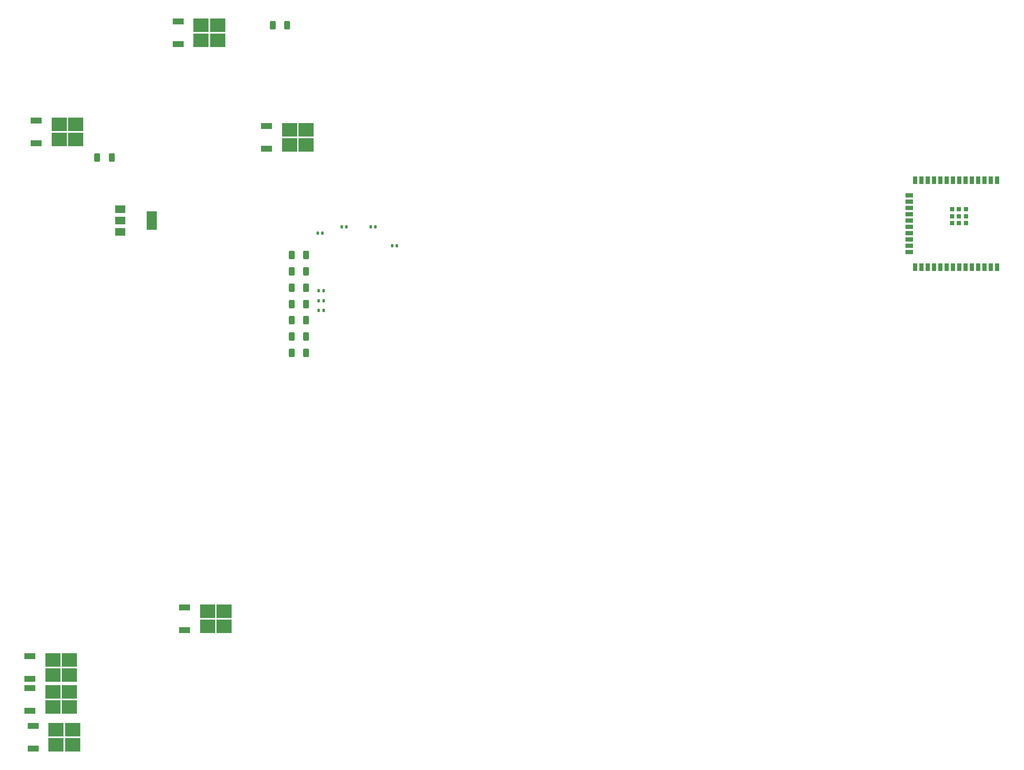
<source format=gbr>
%TF.GenerationSoftware,KiCad,Pcbnew,7.0.8*%
%TF.CreationDate,2023-10-11T12:41:40+03:00*%
%TF.ProjectId,sprinklers,73707269-6e6b-46c6-9572-732e6b696361,rev?*%
%TF.SameCoordinates,Original*%
%TF.FileFunction,Paste,Top*%
%TF.FilePolarity,Positive*%
%FSLAX46Y46*%
G04 Gerber Fmt 4.6, Leading zero omitted, Abs format (unit mm)*
G04 Created by KiCad (PCBNEW 7.0.8) date 2023-10-11 12:41:40*
%MOMM*%
%LPD*%
G01*
G04 APERTURE LIST*
G04 Aperture macros list*
%AMRoundRect*
0 Rectangle with rounded corners*
0 $1 Rounding radius*
0 $2 $3 $4 $5 $6 $7 $8 $9 X,Y pos of 4 corners*
0 Add a 4 corners polygon primitive as box body*
4,1,4,$2,$3,$4,$5,$6,$7,$8,$9,$2,$3,0*
0 Add four circle primitives for the rounded corners*
1,1,$1+$1,$2,$3*
1,1,$1+$1,$4,$5*
1,1,$1+$1,$6,$7*
1,1,$1+$1,$8,$9*
0 Add four rect primitives between the rounded corners*
20,1,$1+$1,$2,$3,$4,$5,0*
20,1,$1+$1,$4,$5,$6,$7,0*
20,1,$1+$1,$6,$7,$8,$9,0*
20,1,$1+$1,$8,$9,$2,$3,0*%
G04 Aperture macros list end*
%ADD10R,2.200000X1.200000*%
%ADD11R,3.050000X2.750000*%
%ADD12R,2.000000X1.500000*%
%ADD13R,2.000000X3.800000*%
%ADD14RoundRect,0.140000X-0.140000X-0.170000X0.140000X-0.170000X0.140000X0.170000X-0.140000X0.170000X0*%
%ADD15RoundRect,0.147500X-0.147500X-0.172500X0.147500X-0.172500X0.147500X0.172500X-0.147500X0.172500X0*%
%ADD16R,0.900000X1.500000*%
%ADD17R,1.500000X0.900000*%
%ADD18R,0.900000X0.900000*%
%ADD19RoundRect,0.250000X-0.312500X-0.625000X0.312500X-0.625000X0.312500X0.625000X-0.312500X0.625000X0*%
G04 APERTURE END LIST*
D10*
%TO.C,Q6*%
X51680000Y-164090000D03*
X51680000Y-168650000D03*
D11*
X59655000Y-167895000D03*
X56305000Y-164845000D03*
X59655000Y-164845000D03*
X56305000Y-167895000D03*
%TD*%
D10*
%TO.C,Q5*%
X51020000Y-156465000D03*
X51020000Y-161025000D03*
D11*
X58995000Y-160270000D03*
X55645000Y-157220000D03*
X58995000Y-157220000D03*
X55645000Y-160270000D03*
%TD*%
D10*
%TO.C,Q4*%
X51020000Y-150015000D03*
X51020000Y-154575000D03*
D11*
X58995000Y-153820000D03*
X55645000Y-150770000D03*
X58995000Y-150770000D03*
X55645000Y-153820000D03*
%TD*%
D10*
%TO.C,Q3*%
X82195000Y-140215000D03*
X82195000Y-144775000D03*
D11*
X90170000Y-144020000D03*
X86820000Y-140970000D03*
X90170000Y-140970000D03*
X86820000Y-144020000D03*
%TD*%
D10*
%TO.C,Q2*%
X52290000Y-42075000D03*
X52290000Y-46635000D03*
D11*
X60265000Y-45880000D03*
X56915000Y-42830000D03*
X60265000Y-42830000D03*
X56915000Y-45880000D03*
%TD*%
D10*
%TO.C,Q1*%
X98705000Y-43185000D03*
X98705000Y-47745000D03*
D11*
X106680000Y-46990000D03*
X103330000Y-43940000D03*
X106680000Y-43940000D03*
X103330000Y-46990000D03*
%TD*%
D10*
%TO.C,REF\u002A\u002A*%
X80890000Y-22105000D03*
X80890000Y-26665000D03*
D11*
X88865000Y-25910000D03*
X85515000Y-22860000D03*
X88865000Y-22860000D03*
X85515000Y-25910000D03*
%TD*%
D12*
%TO.C,U3*%
X69240000Y-59930000D03*
D13*
X75540000Y-62230000D03*
D12*
X69240000Y-62230000D03*
X69240000Y-64530000D03*
%TD*%
D14*
%TO.C,C1*%
X108977500Y-64770000D03*
X109937500Y-64770000D03*
%TD*%
D15*
%TO.C,D3*%
X109227500Y-80370000D03*
X110197500Y-80370000D03*
%TD*%
D14*
%TO.C,C4*%
X123980000Y-67310000D03*
X124940000Y-67310000D03*
%TD*%
D16*
%TO.C,U2*%
X245880000Y-54110000D03*
X244610000Y-54110000D03*
X243340000Y-54110000D03*
X242070000Y-54110000D03*
X240800000Y-54110000D03*
X239530000Y-54110000D03*
X238260000Y-54110000D03*
X236990000Y-54110000D03*
X235720000Y-54110000D03*
X234450000Y-54110000D03*
X233180000Y-54110000D03*
X231910000Y-54110000D03*
X230640000Y-54110000D03*
X229370000Y-54110000D03*
D17*
X228120000Y-57150000D03*
X228120000Y-58420000D03*
X228120000Y-59690000D03*
X228120000Y-60960000D03*
X228120000Y-62230000D03*
X228120000Y-63500000D03*
X228120000Y-64770000D03*
X228120000Y-66040000D03*
X228120000Y-67310000D03*
X228120000Y-68580000D03*
D16*
X229370000Y-71610000D03*
X230640000Y-71610000D03*
X231910000Y-71610000D03*
X233180000Y-71610000D03*
X234450000Y-71610000D03*
X235720000Y-71610000D03*
X236990000Y-71610000D03*
X238260000Y-71610000D03*
X239530000Y-71610000D03*
X240800000Y-71610000D03*
X242070000Y-71610000D03*
X243340000Y-71610000D03*
X244610000Y-71610000D03*
X245880000Y-71610000D03*
D18*
X239560000Y-59960000D03*
X238160000Y-59960000D03*
X236760000Y-59960000D03*
X239560000Y-61360000D03*
X238160000Y-61360000D03*
X236760000Y-61360000D03*
X239560000Y-62760000D03*
X238160000Y-62760000D03*
X236760000Y-62760000D03*
%TD*%
D15*
%TO.C,D2*%
X109227500Y-78380000D03*
X110197500Y-78380000D03*
%TD*%
D19*
%TO.C,R3*%
X103755000Y-75740000D03*
X106680000Y-75740000D03*
%TD*%
D14*
%TO.C,C3*%
X120650000Y-63500000D03*
X119690000Y-63500000D03*
%TD*%
D19*
%TO.C,R8*%
X103755000Y-85610000D03*
X106680000Y-85610000D03*
%TD*%
%TO.C,R1*%
X103755000Y-69160000D03*
X106680000Y-69160000D03*
%TD*%
D15*
%TO.C,D1*%
X109227500Y-76390000D03*
X110197500Y-76390000D03*
%TD*%
D19*
%TO.C,R2*%
X103755000Y-72450000D03*
X106680000Y-72450000D03*
%TD*%
%TO.C,R7*%
X103755000Y-82320000D03*
X106680000Y-82320000D03*
%TD*%
%TO.C,R9*%
X103755000Y-88900000D03*
X106680000Y-88900000D03*
%TD*%
%TO.C,R6*%
X103755000Y-79030000D03*
X106680000Y-79030000D03*
%TD*%
%TO.C,R5*%
X64577500Y-49530000D03*
X67502500Y-49530000D03*
%TD*%
%TO.C,R4*%
X99945000Y-22860000D03*
X102870000Y-22860000D03*
%TD*%
D14*
%TO.C,C2*%
X113820000Y-63500000D03*
X114780000Y-63500000D03*
%TD*%
M02*

</source>
